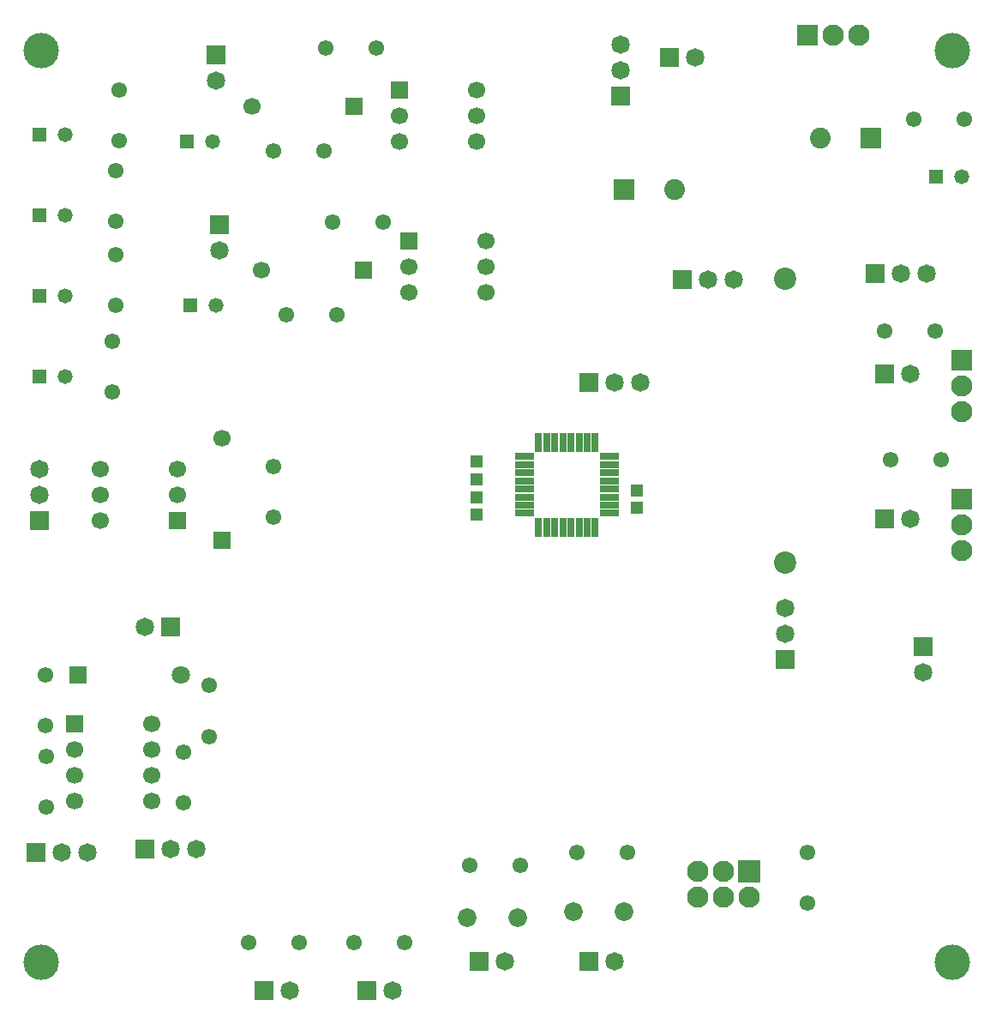
<source format=gts>
G04 DipTrace 2.4.0.2*
%INAmpControllerPCB.GTS*%
%MOIN*%
%ADD21C,0.0728*%
%ADD40C,0.1378*%
%ADD50R,0.0866X0.0866*%
%ADD51R,0.0709X0.0709*%
%ADD52R,0.0276X0.0748*%
%ADD54R,0.0748X0.0276*%
%ADD56C,0.061*%
%ADD58C,0.0827*%
%ADD59C,0.0669*%
%ADD60R,0.0827X0.0827*%
%ADD61R,0.0669X0.0669*%
%ADD62R,0.0579X0.0579*%
%ADD64C,0.0579*%
%ADD66C,0.0866*%
%ADD71C,0.0709*%
%ADD74R,0.0472X0.0512*%
%ADD76C,0.0807*%
%ADD77R,0.0807X0.0807*%
%ADD79C,0.0717*%
%ADD81R,0.0717X0.0717*%
%FSLAX44Y44*%
G04*
G70*
G90*
G75*
G01*
%LNTopMask*%
%LPD*%
D81*
X38437Y32807D3*
D79*
X39437D3*
X40437D3*
D81*
X27312Y28557D3*
D79*
X28312D3*
X29312D3*
D81*
X40312Y18307D3*
D79*
Y17307D3*
D81*
X34937Y17807D3*
D79*
Y18807D3*
Y19807D3*
D77*
X38281Y38057D3*
D76*
X36312D3*
D77*
X28687Y36057D3*
D76*
X30656D3*
D21*
X22578Y7747D3*
X24546D3*
X26703Y7997D3*
X28671D3*
D74*
X22937Y23432D3*
Y24101D3*
X29187Y23682D3*
Y24351D3*
X22937Y24807D3*
Y25476D3*
D71*
X11437Y17182D3*
D51*
X7437D3*
D61*
X13062Y22432D3*
D59*
Y26408D3*
D61*
X18187Y39307D3*
D59*
X14211D3*
D61*
X18562Y32932D3*
D59*
X14586D3*
D81*
X38812Y28893D3*
D79*
X39812D3*
D81*
X38812Y23268D3*
D79*
X39812D3*
D81*
X5812Y10307D3*
D79*
X6812D3*
X7812D3*
D81*
X10062Y10432D3*
D79*
X11062D3*
X12062D3*
D81*
X11062Y19057D3*
D79*
X10062D3*
D81*
X30937Y32557D3*
D79*
X31937D3*
X32937D3*
D81*
X12812Y41307D3*
D79*
Y40307D3*
D81*
X12937Y34682D3*
D79*
Y33682D3*
D81*
X5937Y23182D3*
D79*
Y24182D3*
Y25182D3*
D66*
X34937Y21557D3*
Y32581D3*
D64*
X12687Y37932D3*
D62*
X11687D3*
D64*
X12812Y31557D3*
D62*
X11812D3*
D81*
X23062Y6057D3*
D79*
X24062D3*
D81*
X27312D3*
D79*
X28312D3*
D40*
X6031Y41464D3*
X41464Y6031D3*
X6031D3*
X41464Y41464D3*
D64*
X41812Y36557D3*
D62*
X40812D3*
D81*
X28562Y39682D3*
D79*
Y40682D3*
Y41682D3*
D81*
X30437Y41182D3*
D79*
X31437D3*
D60*
X41812Y29432D3*
D58*
Y28432D3*
Y27432D3*
D60*
Y24018D3*
D58*
Y23018D3*
Y22018D3*
D56*
X15062Y37557D3*
X17031D3*
X39937Y38807D3*
X41906D3*
X19062Y41557D3*
X17094D3*
X15562Y31182D3*
X17531D3*
X19312Y34807D3*
X17344D3*
X38812Y30557D3*
X40781D3*
X39062Y25557D3*
X41031D3*
X8921Y34823D3*
Y36791D3*
X9046Y37948D3*
Y39916D3*
X8796Y28198D3*
Y30166D3*
X8921Y31573D3*
Y33541D3*
X15062Y25307D3*
Y23339D3*
X35812Y10307D3*
Y8339D3*
X20156Y6807D3*
X18187D3*
X14094D3*
X16062D3*
X22687Y9807D3*
X24656D3*
X28812Y10307D3*
X26844D3*
X12562Y14807D3*
Y16776D3*
X11562Y14182D3*
Y12214D3*
X6187Y17182D3*
Y15214D3*
X6203Y14041D3*
Y12073D3*
D64*
X6937Y38182D3*
D62*
X5937D3*
D64*
X6937Y35057D3*
D62*
X5937D3*
D64*
X6937Y31932D3*
D62*
X5937D3*
D64*
X6937Y28807D3*
D62*
X5937D3*
D81*
X14687Y4932D3*
D79*
X15687D3*
D81*
X18687D3*
D79*
X19687D3*
D54*
X24812Y25682D3*
Y25367D3*
Y25052D3*
Y24737D3*
Y24422D3*
Y24107D3*
Y23792D3*
Y23477D3*
D52*
X25363Y22926D3*
X25678D3*
X25993D3*
X26308D3*
X26623D3*
X26938D3*
X27253D3*
X27568D3*
D54*
X28119Y23477D3*
Y23792D3*
Y24107D3*
Y24422D3*
Y24737D3*
Y25052D3*
Y25367D3*
Y25682D3*
D52*
X27568Y26233D3*
X27253D3*
X26938D3*
X26623D3*
X26308D3*
X25993D3*
X25678D3*
X25363D3*
D50*
X33562Y9557D3*
D58*
X32562D3*
X31562D3*
Y8557D3*
X32562D3*
X33562D3*
D60*
X35812Y42057D3*
D58*
X36812D3*
X37812D3*
D61*
X7312Y15307D3*
D59*
Y14307D3*
Y13307D3*
Y12307D3*
X10312D3*
Y13307D3*
Y14307D3*
Y15307D3*
D61*
X19937Y39932D3*
D59*
Y38932D3*
Y37932D3*
X22937D3*
Y38932D3*
Y39932D3*
D61*
X20312Y34057D3*
D59*
Y33057D3*
Y32057D3*
X23312D3*
Y33057D3*
Y34057D3*
D61*
X11312Y23182D3*
D59*
Y24182D3*
Y25182D3*
X8312D3*
Y24182D3*
Y23182D3*
M02*

</source>
